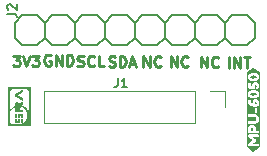
<source format=gbr>
%TF.GenerationSoftware,KiCad,Pcbnew,6.0.1-79c1e3a40b~116~ubuntu20.04.1*%
%TF.CreationDate,2022-02-02T02:26:06+05:30*%
%TF.ProjectId,mpu,6d70752e-6b69-4636-9164-5f7063625858,rev?*%
%TF.SameCoordinates,Original*%
%TF.FileFunction,Legend,Top*%
%TF.FilePolarity,Positive*%
%FSLAX46Y46*%
G04 Gerber Fmt 4.6, Leading zero omitted, Abs format (unit mm)*
G04 Created by KiCad (PCBNEW 6.0.1-79c1e3a40b~116~ubuntu20.04.1) date 2022-02-02 02:26:06*
%MOMM*%
%LPD*%
G01*
G04 APERTURE LIST*
%ADD10C,0.225000*%
%ADD11C,0.150000*%
%ADD12C,0.152400*%
%ADD13C,0.120000*%
G04 APERTURE END LIST*
D10*
X160075714Y-73777142D02*
X160075714Y-72877142D01*
X160504285Y-73777142D02*
X160504285Y-72877142D01*
X161018571Y-73777142D01*
X161018571Y-72877142D01*
X161318571Y-72877142D02*
X161832857Y-72877142D01*
X161575714Y-73777142D02*
X161575714Y-72877142D01*
X149907142Y-73644285D02*
X150035714Y-73687142D01*
X150250000Y-73687142D01*
X150335714Y-73644285D01*
X150378571Y-73601428D01*
X150421428Y-73515714D01*
X150421428Y-73430000D01*
X150378571Y-73344285D01*
X150335714Y-73301428D01*
X150250000Y-73258571D01*
X150078571Y-73215714D01*
X149992857Y-73172857D01*
X149950000Y-73130000D01*
X149907142Y-73044285D01*
X149907142Y-72958571D01*
X149950000Y-72872857D01*
X149992857Y-72830000D01*
X150078571Y-72787142D01*
X150292857Y-72787142D01*
X150421428Y-72830000D01*
X150807142Y-73687142D02*
X150807142Y-72787142D01*
X151021428Y-72787142D01*
X151150000Y-72830000D01*
X151235714Y-72915714D01*
X151278571Y-73001428D01*
X151321428Y-73172857D01*
X151321428Y-73301428D01*
X151278571Y-73472857D01*
X151235714Y-73558571D01*
X151150000Y-73644285D01*
X151021428Y-73687142D01*
X150807142Y-73687142D01*
X151664285Y-73430000D02*
X152092857Y-73430000D01*
X151578571Y-73687142D02*
X151878571Y-72787142D01*
X152178571Y-73687142D01*
X155112857Y-73707142D02*
X155112857Y-72807142D01*
X155627142Y-73707142D01*
X155627142Y-72807142D01*
X156570000Y-73621428D02*
X156527142Y-73664285D01*
X156398571Y-73707142D01*
X156312857Y-73707142D01*
X156184285Y-73664285D01*
X156098571Y-73578571D01*
X156055714Y-73492857D01*
X156012857Y-73321428D01*
X156012857Y-73192857D01*
X156055714Y-73021428D01*
X156098571Y-72935714D01*
X156184285Y-72850000D01*
X156312857Y-72807142D01*
X156398571Y-72807142D01*
X156527142Y-72850000D01*
X156570000Y-72892857D01*
X141775714Y-72747142D02*
X142332857Y-72747142D01*
X142032857Y-73090000D01*
X142161428Y-73090000D01*
X142247142Y-73132857D01*
X142290000Y-73175714D01*
X142332857Y-73261428D01*
X142332857Y-73475714D01*
X142290000Y-73561428D01*
X142247142Y-73604285D01*
X142161428Y-73647142D01*
X141904285Y-73647142D01*
X141818571Y-73604285D01*
X141775714Y-73561428D01*
X142590000Y-72747142D02*
X142890000Y-73647142D01*
X143190000Y-72747142D01*
X143404285Y-72747142D02*
X143961428Y-72747142D01*
X143661428Y-73090000D01*
X143790000Y-73090000D01*
X143875714Y-73132857D01*
X143918571Y-73175714D01*
X143961428Y-73261428D01*
X143961428Y-73475714D01*
X143918571Y-73561428D01*
X143875714Y-73604285D01*
X143790000Y-73647142D01*
X143532857Y-73647142D01*
X143447142Y-73604285D01*
X143404285Y-73561428D01*
X157682857Y-73757142D02*
X157682857Y-72857142D01*
X158197142Y-73757142D01*
X158197142Y-72857142D01*
X159140000Y-73671428D02*
X159097142Y-73714285D01*
X158968571Y-73757142D01*
X158882857Y-73757142D01*
X158754285Y-73714285D01*
X158668571Y-73628571D01*
X158625714Y-73542857D01*
X158582857Y-73371428D01*
X158582857Y-73242857D01*
X158625714Y-73071428D01*
X158668571Y-72985714D01*
X158754285Y-72900000D01*
X158882857Y-72857142D01*
X158968571Y-72857142D01*
X159097142Y-72900000D01*
X159140000Y-72942857D01*
X147228571Y-73614285D02*
X147357142Y-73657142D01*
X147571428Y-73657142D01*
X147657142Y-73614285D01*
X147700000Y-73571428D01*
X147742857Y-73485714D01*
X147742857Y-73400000D01*
X147700000Y-73314285D01*
X147657142Y-73271428D01*
X147571428Y-73228571D01*
X147400000Y-73185714D01*
X147314285Y-73142857D01*
X147271428Y-73100000D01*
X147228571Y-73014285D01*
X147228571Y-72928571D01*
X147271428Y-72842857D01*
X147314285Y-72800000D01*
X147400000Y-72757142D01*
X147614285Y-72757142D01*
X147742857Y-72800000D01*
X148642857Y-73571428D02*
X148600000Y-73614285D01*
X148471428Y-73657142D01*
X148385714Y-73657142D01*
X148257142Y-73614285D01*
X148171428Y-73528571D01*
X148128571Y-73442857D01*
X148085714Y-73271428D01*
X148085714Y-73142857D01*
X148128571Y-72971428D01*
X148171428Y-72885714D01*
X148257142Y-72800000D01*
X148385714Y-72757142D01*
X148471428Y-72757142D01*
X148600000Y-72800000D01*
X148642857Y-72842857D01*
X149457142Y-73657142D02*
X149028571Y-73657142D01*
X149028571Y-72757142D01*
X152812857Y-73697142D02*
X152812857Y-72797142D01*
X153327142Y-73697142D01*
X153327142Y-72797142D01*
X154270000Y-73611428D02*
X154227142Y-73654285D01*
X154098571Y-73697142D01*
X154012857Y-73697142D01*
X153884285Y-73654285D01*
X153798571Y-73568571D01*
X153755714Y-73482857D01*
X153712857Y-73311428D01*
X153712857Y-73182857D01*
X153755714Y-73011428D01*
X153798571Y-72925714D01*
X153884285Y-72840000D01*
X154012857Y-72797142D01*
X154098571Y-72797142D01*
X154227142Y-72840000D01*
X154270000Y-72882857D01*
X144944285Y-72740000D02*
X144858571Y-72697142D01*
X144730000Y-72697142D01*
X144601428Y-72740000D01*
X144515714Y-72825714D01*
X144472857Y-72911428D01*
X144430000Y-73082857D01*
X144430000Y-73211428D01*
X144472857Y-73382857D01*
X144515714Y-73468571D01*
X144601428Y-73554285D01*
X144730000Y-73597142D01*
X144815714Y-73597142D01*
X144944285Y-73554285D01*
X144987142Y-73511428D01*
X144987142Y-73211428D01*
X144815714Y-73211428D01*
X145372857Y-73597142D02*
X145372857Y-72697142D01*
X145887142Y-73597142D01*
X145887142Y-72697142D01*
X146315714Y-73597142D02*
X146315714Y-72697142D01*
X146530000Y-72697142D01*
X146658571Y-72740000D01*
X146744285Y-72825714D01*
X146787142Y-72911428D01*
X146830000Y-73082857D01*
X146830000Y-73211428D01*
X146787142Y-73382857D01*
X146744285Y-73468571D01*
X146658571Y-73554285D01*
X146530000Y-73597142D01*
X146315714Y-73597142D01*
D11*
%TO.C,J2*%
X141281904Y-69213452D02*
X141853333Y-69213452D01*
X141967619Y-69251547D01*
X142043809Y-69327738D01*
X142081904Y-69442023D01*
X142081904Y-69518214D01*
X141358095Y-68870595D02*
X141320000Y-68832500D01*
X141281904Y-68756309D01*
X141281904Y-68565833D01*
X141320000Y-68489642D01*
X141358095Y-68451547D01*
X141434285Y-68413452D01*
X141510476Y-68413452D01*
X141624761Y-68451547D01*
X142081904Y-68908690D01*
X142081904Y-68413452D01*
%TO.C,J1*%
X150633333Y-74641904D02*
X150633333Y-75213333D01*
X150595238Y-75327619D01*
X150519047Y-75403809D01*
X150404761Y-75441904D01*
X150328571Y-75441904D01*
X151433333Y-75441904D02*
X150976190Y-75441904D01*
X151204761Y-75441904D02*
X151204761Y-74641904D01*
X151128571Y-74756190D01*
X151052380Y-74832380D01*
X150976190Y-74870476D01*
D12*
%TO.C,J2*%
X142535000Y-69330000D02*
X141900000Y-69965000D01*
X144440000Y-69965000D02*
X145075000Y-69330000D01*
X150155000Y-69330000D02*
X149520000Y-69965000D01*
X146345000Y-71870000D02*
X145075000Y-71870000D01*
X160315000Y-69330000D02*
X161585000Y-69330000D01*
X147615000Y-71870000D02*
X146980000Y-71235000D01*
X152695000Y-69330000D02*
X153965000Y-69330000D01*
X154600000Y-69965000D02*
X155235000Y-69330000D01*
X146345000Y-69330000D02*
X146980000Y-69965000D01*
X152695000Y-71870000D02*
X152060000Y-71235000D01*
X143805000Y-71870000D02*
X142535000Y-71870000D01*
X145075000Y-71870000D02*
X144440000Y-71235000D01*
X157140000Y-71235000D02*
X157775000Y-71870000D01*
X142535000Y-69330000D02*
X143805000Y-69330000D01*
X144440000Y-71235000D02*
X143805000Y-71870000D01*
X160315000Y-69330000D02*
X159680000Y-69965000D01*
X159680000Y-71235000D02*
X160315000Y-71870000D01*
X143805000Y-69330000D02*
X144440000Y-69965000D01*
X152060000Y-69965000D02*
X152695000Y-69330000D01*
X159045000Y-71870000D02*
X157775000Y-71870000D01*
X153965000Y-71870000D02*
X152695000Y-71870000D01*
X150155000Y-69330000D02*
X151425000Y-69330000D01*
X152060000Y-69965000D02*
X152060000Y-71235000D01*
X159680000Y-69965000D02*
X159680000Y-71235000D01*
X144440000Y-69965000D02*
X144440000Y-71235000D01*
X162220000Y-71235000D02*
X161585000Y-71870000D01*
X153965000Y-69330000D02*
X154600000Y-69965000D01*
X151425000Y-69330000D02*
X152060000Y-69965000D01*
X154600000Y-71235000D02*
X153965000Y-71870000D01*
X157140000Y-69965000D02*
X157140000Y-71235000D01*
X157140000Y-71235000D02*
X156505000Y-71870000D01*
X159680000Y-71235000D02*
X159045000Y-71870000D01*
X149520000Y-71235000D02*
X148885000Y-71870000D01*
X141900000Y-69965000D02*
X141900000Y-71235000D01*
X154600000Y-69965000D02*
X154600000Y-71235000D01*
X151425000Y-71870000D02*
X150155000Y-71870000D01*
X155235000Y-71870000D02*
X154600000Y-71235000D01*
X161585000Y-71870000D02*
X160315000Y-71870000D01*
X156505000Y-69330000D02*
X157140000Y-69965000D01*
X146980000Y-69965000D02*
X146980000Y-71235000D01*
X149520000Y-71235000D02*
X150155000Y-71870000D01*
X162220000Y-69965000D02*
X162220000Y-71235000D01*
X159045000Y-69330000D02*
X159680000Y-69965000D01*
X146980000Y-71235000D02*
X146345000Y-71870000D01*
X156505000Y-71870000D02*
X155235000Y-71870000D01*
X147615000Y-69330000D02*
X148885000Y-69330000D01*
X161585000Y-69330000D02*
X162220000Y-69965000D01*
X148885000Y-71870000D02*
X147615000Y-71870000D01*
X157775000Y-69330000D02*
X157140000Y-69965000D01*
X157775000Y-69330000D02*
X159045000Y-69330000D01*
X149520000Y-69965000D02*
X149520000Y-71235000D01*
X155235000Y-69330000D02*
X156505000Y-69330000D01*
X152060000Y-71235000D02*
X151425000Y-71870000D01*
X141900000Y-71235000D02*
X142535000Y-71870000D01*
X146980000Y-69965000D02*
X147615000Y-69330000D01*
X148885000Y-69330000D02*
X149520000Y-69965000D01*
X145075000Y-69330000D02*
X146345000Y-69330000D01*
D13*
%TO.C,J1*%
X157140000Y-78420000D02*
X144380000Y-78420000D01*
X159740000Y-75760000D02*
X159740000Y-77090000D01*
X157140000Y-75760000D02*
X157140000Y-78420000D01*
X157140000Y-75760000D02*
X144380000Y-75760000D01*
X158410000Y-75760000D02*
X159740000Y-75760000D01*
X144380000Y-75760000D02*
X144380000Y-78420000D01*
%TO.C,G\u002A\u002A\u002A*%
G36*
X142311508Y-78145922D02*
G01*
X142321750Y-78145975D01*
X142330535Y-78146056D01*
X142337641Y-78146163D01*
X142342842Y-78146295D01*
X142345916Y-78146448D01*
X142346693Y-78146585D01*
X142346765Y-78150250D01*
X142346827Y-78156168D01*
X142346880Y-78164090D01*
X142346924Y-78173770D01*
X142346959Y-78184960D01*
X142346985Y-78197413D01*
X142347003Y-78210883D01*
X142347012Y-78225121D01*
X142347014Y-78239882D01*
X142347007Y-78254917D01*
X142346993Y-78269979D01*
X142346971Y-78284823D01*
X142346942Y-78299199D01*
X142346906Y-78312861D01*
X142346863Y-78325563D01*
X142346813Y-78337056D01*
X142346756Y-78347094D01*
X142346694Y-78355430D01*
X142346625Y-78361816D01*
X142346549Y-78366005D01*
X142346522Y-78366890D01*
X142346247Y-78374351D01*
X142345993Y-78381334D01*
X142345779Y-78387268D01*
X142345626Y-78391581D01*
X142345574Y-78393123D01*
X142345399Y-78398496D01*
X142330491Y-78398496D01*
X142329575Y-78416828D01*
X142328658Y-78435160D01*
X142312529Y-78435160D01*
X142312529Y-78442642D01*
X142312433Y-78448059D01*
X142311876Y-78451432D01*
X142310451Y-78453244D01*
X142307754Y-78453980D01*
X142303381Y-78454123D01*
X142294829Y-78454123D01*
X142294829Y-78470448D01*
X142285664Y-78470819D01*
X142276498Y-78471191D01*
X142276129Y-78480989D01*
X142275759Y-78490786D01*
X142005317Y-78490786D01*
X142005317Y-78471823D01*
X141997352Y-78471823D01*
X141992775Y-78471589D01*
X141989302Y-78470972D01*
X141987870Y-78470306D01*
X141987038Y-78468276D01*
X141986487Y-78464635D01*
X141986353Y-78461516D01*
X141986353Y-78454244D01*
X141978451Y-78453868D01*
X141970550Y-78453491D01*
X141969918Y-78444641D01*
X141969286Y-78435792D01*
X141960902Y-78435421D01*
X141952519Y-78435051D01*
X141951605Y-78416774D01*
X141950691Y-78398496D01*
X141936086Y-78398496D01*
X141935110Y-78383641D01*
X141935017Y-78380992D01*
X141934926Y-78376042D01*
X141934838Y-78369022D01*
X141934753Y-78360159D01*
X141934672Y-78349684D01*
X141934596Y-78337824D01*
X141934524Y-78324808D01*
X141934458Y-78310866D01*
X141934399Y-78296226D01*
X141934346Y-78281117D01*
X141934301Y-78265767D01*
X141934264Y-78250407D01*
X141934236Y-78235263D01*
X141934217Y-78220566D01*
X141934208Y-78206544D01*
X141934209Y-78193425D01*
X141934222Y-78181439D01*
X141934247Y-78170815D01*
X141934284Y-78161781D01*
X141934335Y-78154567D01*
X141934399Y-78149400D01*
X141934473Y-78146585D01*
X141935709Y-78146415D01*
X141939249Y-78146265D01*
X141944869Y-78146139D01*
X141952347Y-78146037D01*
X141961457Y-78145961D01*
X141971977Y-78145915D01*
X141983681Y-78145899D01*
X141996347Y-78145915D01*
X142006897Y-78145953D01*
X142079275Y-78146279D01*
X142079605Y-78200898D01*
X142079934Y-78255516D01*
X142087822Y-78255892D01*
X142095710Y-78256269D01*
X142097926Y-78289415D01*
X142109339Y-78290225D01*
X142117408Y-78290639D01*
X142127231Y-78290896D01*
X142138036Y-78290997D01*
X142149054Y-78290942D01*
X142159515Y-78290730D01*
X142168647Y-78290362D01*
X142171196Y-78290210D01*
X142183469Y-78289397D01*
X142183838Y-78281050D01*
X142184208Y-78272704D01*
X142192730Y-78272330D01*
X142201252Y-78271957D01*
X142201579Y-78209118D01*
X142201907Y-78146279D01*
X142274285Y-78145953D01*
X142287552Y-78145909D01*
X142300035Y-78145899D01*
X142311508Y-78145922D01*
G37*
G36*
X142095078Y-77680404D02*
G01*
X142114042Y-77680404D01*
X142114042Y-77662704D01*
X142130477Y-77662704D01*
X142130477Y-77671479D01*
X142130647Y-77675964D01*
X142131093Y-77679385D01*
X142131720Y-77681021D01*
X142131741Y-77681036D01*
X142131912Y-77682370D01*
X142132069Y-77685994D01*
X142132212Y-77691669D01*
X142132340Y-77699157D01*
X142132452Y-77708218D01*
X142132550Y-77718614D01*
X142132631Y-77730107D01*
X142132696Y-77742457D01*
X142132744Y-77755426D01*
X142132775Y-77768776D01*
X142132788Y-77782267D01*
X142132783Y-77795661D01*
X142132760Y-77808720D01*
X142132718Y-77821204D01*
X142132656Y-77832874D01*
X142132575Y-77843493D01*
X142132474Y-77852822D01*
X142132352Y-77860622D01*
X142132210Y-77866653D01*
X142132072Y-77870207D01*
X142131633Y-77878591D01*
X142097853Y-77880401D01*
X142096945Y-77897345D01*
X142096038Y-77914290D01*
X142079934Y-77914290D01*
X142079605Y-77968336D01*
X142079275Y-78022383D01*
X142007060Y-78022709D01*
X141934844Y-78023035D01*
X141934096Y-78005642D01*
X141933949Y-78000845D01*
X141933822Y-77993908D01*
X141933713Y-77985090D01*
X141933624Y-77974648D01*
X141933553Y-77962843D01*
X141933500Y-77949933D01*
X141933465Y-77936176D01*
X141933448Y-77921833D01*
X141933448Y-77907161D01*
X141933464Y-77892419D01*
X141933498Y-77877867D01*
X141933548Y-77863763D01*
X141933614Y-77850366D01*
X141933696Y-77837935D01*
X141933793Y-77826729D01*
X141933905Y-77817007D01*
X141934032Y-77809027D01*
X141934174Y-77803049D01*
X141934330Y-77799331D01*
X141934336Y-77799243D01*
X141935151Y-77787233D01*
X141942864Y-77786861D01*
X141950577Y-77786490D01*
X141951397Y-77773074D01*
X141951769Y-77765645D01*
X141952053Y-77757397D01*
X141952205Y-77749733D01*
X141952218Y-77747270D01*
X141952218Y-77734882D01*
X141969286Y-77734134D01*
X141969918Y-77725284D01*
X141970550Y-77716435D01*
X141978393Y-77716060D01*
X141986235Y-77715685D01*
X141986610Y-77707842D01*
X141986985Y-77700000D01*
X141995835Y-77699367D01*
X142004685Y-77698735D01*
X142005317Y-77690518D01*
X142005949Y-77682300D01*
X142015431Y-77681517D01*
X142019608Y-77681272D01*
X142025764Y-77681041D01*
X142033348Y-77680840D01*
X142041810Y-77680682D01*
X142050600Y-77680581D01*
X142052410Y-77680569D01*
X142079907Y-77680404D01*
X142079907Y-77662704D01*
X142095078Y-77662704D01*
X142095078Y-77680404D01*
G37*
G36*
X142363099Y-77680404D02*
G01*
X142385855Y-77680404D01*
X142385855Y-77662704D01*
X142401026Y-77662704D01*
X142401026Y-77680404D01*
X142473088Y-77680404D01*
X142473088Y-77662704D01*
X142489524Y-77662704D01*
X142489524Y-77680404D01*
X142507781Y-77680404D01*
X142514981Y-77680489D01*
X142520776Y-77680729D01*
X142524810Y-77681101D01*
X142526730Y-77681580D01*
X142526819Y-77681668D01*
X142528389Y-77682301D01*
X142531762Y-77682754D01*
X142536216Y-77682932D01*
X142545030Y-77682932D01*
X142545406Y-77690834D01*
X142545783Y-77698735D01*
X142554892Y-77699106D01*
X142564001Y-77699476D01*
X142564374Y-77707955D01*
X142564746Y-77716435D01*
X142573280Y-77716809D01*
X142581814Y-77717182D01*
X142581814Y-77724607D01*
X142581916Y-77730009D01*
X142582477Y-77733369D01*
X142583877Y-77735169D01*
X142586497Y-77735895D01*
X142590719Y-77736031D01*
X142590799Y-77736031D01*
X142595036Y-77736146D01*
X142597305Y-77736602D01*
X142598159Y-77737564D01*
X142598230Y-77738243D01*
X142598301Y-77740164D01*
X142598512Y-77744168D01*
X142598836Y-77749816D01*
X142599249Y-77756669D01*
X142599717Y-77764160D01*
X142601223Y-77787865D01*
X142617213Y-77787865D01*
X142617213Y-78023015D01*
X142548505Y-78023015D01*
X142535133Y-78023000D01*
X142522186Y-78022956D01*
X142509949Y-78022887D01*
X142498705Y-78022795D01*
X142488739Y-78022683D01*
X142480334Y-78022554D01*
X142473775Y-78022412D01*
X142469346Y-78022258D01*
X142468226Y-78022193D01*
X142456653Y-78021372D01*
X142456661Y-77973204D01*
X142456621Y-77961246D01*
X142456505Y-77949083D01*
X142456323Y-77937187D01*
X142456084Y-77926031D01*
X142455798Y-77916085D01*
X142455476Y-77907821D01*
X142455199Y-77902773D01*
X142453731Y-77880510D01*
X142441601Y-77879707D01*
X142432307Y-77879260D01*
X142421323Y-77879001D01*
X142409480Y-77878930D01*
X142397610Y-77879047D01*
X142386545Y-77879352D01*
X142379099Y-77879715D01*
X142365627Y-77880539D01*
X142365627Y-77887197D01*
X142365508Y-77892377D01*
X142364850Y-77895532D01*
X142363200Y-77897162D01*
X142360105Y-77897769D01*
X142356010Y-77897854D01*
X142347928Y-77897854D01*
X142347708Y-77907020D01*
X142347664Y-77910722D01*
X142347649Y-77916518D01*
X142347663Y-77923975D01*
X142347704Y-77932658D01*
X142347771Y-77942134D01*
X142347861Y-77951968D01*
X142347864Y-77952217D01*
X142347930Y-77962635D01*
X142347922Y-77973234D01*
X142347845Y-77983455D01*
X142347706Y-77992742D01*
X142347509Y-78000538D01*
X142347299Y-78005631D01*
X142346359Y-78023015D01*
X142202921Y-78023015D01*
X142202104Y-78010688D01*
X142201944Y-78006900D01*
X142201801Y-78000836D01*
X142201676Y-77992751D01*
X142201570Y-77982896D01*
X142201481Y-77971526D01*
X142201411Y-77958893D01*
X142201358Y-77945251D01*
X142201324Y-77930853D01*
X142201308Y-77915952D01*
X142201310Y-77900802D01*
X142201330Y-77885655D01*
X142201368Y-77870764D01*
X142201424Y-77856384D01*
X142201498Y-77842766D01*
X142201590Y-77830165D01*
X142201700Y-77818833D01*
X142201828Y-77809024D01*
X142201974Y-77800991D01*
X142202111Y-77795766D01*
X142202941Y-77770165D01*
X142221219Y-77770165D01*
X142222135Y-77752466D01*
X142223052Y-77734766D01*
X142239203Y-77734766D01*
X142239203Y-77727284D01*
X142239298Y-77721867D01*
X142239856Y-77718494D01*
X142241280Y-77716682D01*
X142243977Y-77715946D01*
X142248351Y-77715803D01*
X142256902Y-77715803D01*
X142256902Y-77707720D01*
X142257016Y-77703183D01*
X142257682Y-77700358D01*
X142259383Y-77698839D01*
X142262602Y-77698223D01*
X142267824Y-77698103D01*
X142275866Y-77698103D01*
X142275866Y-77682052D01*
X142289337Y-77681228D01*
X142295408Y-77680941D01*
X142303190Y-77680697D01*
X142311865Y-77680516D01*
X142320615Y-77680417D01*
X142324736Y-77680404D01*
X142346664Y-77680404D01*
X142346664Y-77662704D01*
X142363099Y-77662704D01*
X142363099Y-77680404D01*
G37*
G36*
X141309981Y-75438893D02*
G01*
X143310020Y-75438893D01*
X143310020Y-78741107D01*
X141309981Y-78741107D01*
X141309981Y-78308735D01*
X141503410Y-78308735D01*
X141518276Y-78308735D01*
X141519039Y-78326750D01*
X141519395Y-78335172D01*
X141519804Y-78344934D01*
X141520218Y-78354847D01*
X141520586Y-78363724D01*
X141520599Y-78364046D01*
X141521396Y-78383325D01*
X141536026Y-78383325D01*
X141536870Y-78399445D01*
X141537228Y-78405673D01*
X141537596Y-78411044D01*
X141537934Y-78415019D01*
X141538200Y-78417063D01*
X141538222Y-78417144D01*
X141539845Y-78418164D01*
X141543803Y-78418671D01*
X141546247Y-78418724D01*
X141553765Y-78418724D01*
X141554524Y-78427258D01*
X141555071Y-78433481D01*
X141555662Y-78440334D01*
X141556000Y-78444325D01*
X141556716Y-78452859D01*
X141575473Y-78452859D01*
X141575473Y-78470443D01*
X141584006Y-78470817D01*
X141592540Y-78471191D01*
X141593804Y-78491419D01*
X141602279Y-78491791D01*
X141610754Y-78492164D01*
X141611504Y-78507854D01*
X141619981Y-78508226D01*
X141628458Y-78508599D01*
X141628830Y-78517076D01*
X141629203Y-78525553D01*
X141638053Y-78526185D01*
X141646903Y-78526818D01*
X141647649Y-78542368D01*
X141681669Y-78544190D01*
X141681669Y-78560320D01*
X141688307Y-78560495D01*
X141691874Y-78560603D01*
X141697356Y-78560785D01*
X141704139Y-78561021D01*
X141711612Y-78561289D01*
X141715804Y-78561443D01*
X141736664Y-78562216D01*
X141737035Y-78569925D01*
X141737407Y-78577634D01*
X141766113Y-78578508D01*
X141770535Y-78578601D01*
X141777325Y-78578687D01*
X141786321Y-78578766D01*
X141797362Y-78578838D01*
X141810286Y-78578902D01*
X141824934Y-78578960D01*
X141841143Y-78579011D01*
X141858753Y-78579054D01*
X141877602Y-78579091D01*
X141897530Y-78579122D01*
X141918375Y-78579145D01*
X141939975Y-78579162D01*
X141962171Y-78579172D01*
X141984800Y-78579175D01*
X142007702Y-78579172D01*
X142030715Y-78579163D01*
X142053679Y-78579147D01*
X142076432Y-78579124D01*
X142098813Y-78579096D01*
X142120661Y-78579061D01*
X142141815Y-78579020D01*
X142162113Y-78578973D01*
X142181395Y-78578920D01*
X142199500Y-78578861D01*
X142216265Y-78578795D01*
X142231531Y-78578724D01*
X142245136Y-78578647D01*
X142256919Y-78578565D01*
X142266718Y-78578476D01*
X142274373Y-78578382D01*
X142277446Y-78578331D01*
X142312529Y-78577671D01*
X142312529Y-78563230D01*
X142324855Y-78562414D01*
X142330854Y-78562107D01*
X142338470Y-78561851D01*
X142346791Y-78561670D01*
X142354908Y-78561588D01*
X142356145Y-78561585D01*
X142364395Y-78561519D01*
X142373241Y-78561347D01*
X142381678Y-78561096D01*
X142388700Y-78560789D01*
X142389332Y-78560753D01*
X142403555Y-78559934D01*
X142403555Y-78545528D01*
X142415127Y-78544706D01*
X142421863Y-78544313D01*
X142429118Y-78544022D01*
X142435495Y-78543888D01*
X142436423Y-78543885D01*
X142442101Y-78543800D01*
X142449146Y-78543572D01*
X142456400Y-78543243D01*
X142459617Y-78543061D01*
X142473088Y-78542236D01*
X142473088Y-78526185D01*
X142489420Y-78526185D01*
X142495741Y-78526128D01*
X142501252Y-78525972D01*
X142505401Y-78525740D01*
X142507639Y-78525454D01*
X142507752Y-78525418D01*
X142508974Y-78524219D01*
X142509597Y-78521482D01*
X142509752Y-78517381D01*
X142509752Y-78510112D01*
X142522078Y-78509325D01*
X142528927Y-78508895D01*
X142537006Y-78508398D01*
X142545019Y-78507914D01*
X142548627Y-78507700D01*
X142562850Y-78506862D01*
X142562850Y-78490893D01*
X142572648Y-78490524D01*
X142582446Y-78490154D01*
X142583184Y-78472034D01*
X142591665Y-78471277D01*
X142597854Y-78470732D01*
X142604684Y-78470142D01*
X142608679Y-78469803D01*
X142617213Y-78469087D01*
X142617213Y-78453164D01*
X142651347Y-78451336D01*
X142651347Y-78444133D01*
X142651600Y-78439915D01*
X142652250Y-78436648D01*
X142652864Y-78435412D01*
X142654920Y-78434585D01*
X142658702Y-78434041D01*
X142662346Y-78433895D01*
X142670311Y-78433895D01*
X142670311Y-78417576D01*
X142678845Y-78417202D01*
X142687378Y-78416828D01*
X142688010Y-78408610D01*
X142688643Y-78400393D01*
X142706604Y-78399303D01*
X142724565Y-78398214D01*
X142724935Y-78389822D01*
X142725306Y-78381429D01*
X142733783Y-78381056D01*
X142742260Y-78380684D01*
X142742633Y-78372207D01*
X142743005Y-78363730D01*
X142751482Y-78363357D01*
X142759960Y-78362984D01*
X142760332Y-78354507D01*
X142760705Y-78346030D01*
X142769238Y-78345656D01*
X142777772Y-78345282D01*
X142777772Y-78337197D01*
X142777956Y-78332897D01*
X142778436Y-78329679D01*
X142779036Y-78328331D01*
X142779669Y-78326761D01*
X142780123Y-78323387D01*
X142780300Y-78318934D01*
X142780301Y-78318834D01*
X142780301Y-78310120D01*
X142788202Y-78309743D01*
X142796104Y-78309367D01*
X142796474Y-78300258D01*
X142796844Y-78291148D01*
X142805324Y-78290776D01*
X142813803Y-78290403D01*
X142814177Y-78281870D01*
X142814551Y-78273336D01*
X142830870Y-78273336D01*
X142830870Y-78264561D01*
X142831040Y-78260076D01*
X142831486Y-78256656D01*
X142832113Y-78255019D01*
X142832135Y-78255004D01*
X142832814Y-78253412D01*
X142833272Y-78250089D01*
X142833399Y-78246772D01*
X142833399Y-78239322D01*
X142841300Y-78238945D01*
X142849202Y-78238569D01*
X142850466Y-78219605D01*
X142859505Y-78219236D01*
X142868545Y-78218868D01*
X142869456Y-78201853D01*
X142870367Y-78184839D01*
X142886238Y-78184839D01*
X142887084Y-78167455D01*
X142887428Y-78160987D01*
X142887784Y-78155371D01*
X142888114Y-78151118D01*
X142888382Y-78148743D01*
X142888438Y-78148491D01*
X142890061Y-78147471D01*
X142894011Y-78146964D01*
X142896430Y-78146911D01*
X142903913Y-78146911D01*
X142904829Y-78129212D01*
X142905745Y-78111512D01*
X142921451Y-78111512D01*
X142922957Y-78087808D01*
X142923432Y-78080199D01*
X142923844Y-78073362D01*
X142924166Y-78067737D01*
X142924375Y-78063763D01*
X142924444Y-78061890D01*
X142924824Y-78060628D01*
X142926363Y-78059953D01*
X142929615Y-78059699D01*
X142931817Y-78059678D01*
X142939209Y-78059678D01*
X142940029Y-78045455D01*
X142940391Y-78037857D01*
X142940672Y-78029428D01*
X142940832Y-78021519D01*
X142940854Y-78018274D01*
X142940860Y-78005315D01*
X142956893Y-78005315D01*
X142957723Y-77977818D01*
X142957983Y-77968381D01*
X142958210Y-77958549D01*
X142958390Y-77949044D01*
X142958510Y-77940589D01*
X142958556Y-77933907D01*
X142958556Y-77933673D01*
X142958614Y-77927292D01*
X142958768Y-77921721D01*
X142958997Y-77917504D01*
X142959279Y-77915184D01*
X142959327Y-77915025D01*
X142960502Y-77913816D01*
X142963187Y-77913192D01*
X142967524Y-77913025D01*
X142974955Y-77913025D01*
X142975312Y-77877942D01*
X142975422Y-77867503D01*
X142975542Y-77856748D01*
X142975666Y-77846278D01*
X142975785Y-77836692D01*
X142975893Y-77828591D01*
X142975962Y-77823896D01*
X142976006Y-77818327D01*
X142976007Y-77810637D01*
X142975965Y-77801235D01*
X142975886Y-77790528D01*
X142975771Y-77778923D01*
X142975625Y-77766829D01*
X142975449Y-77754652D01*
X142975419Y-77752782D01*
X142974583Y-77700632D01*
X142967339Y-77700632D01*
X142962826Y-77700429D01*
X142960303Y-77699737D01*
X142959327Y-77698632D01*
X142959054Y-77696702D01*
X142958823Y-77692751D01*
X142958654Y-77687287D01*
X142958565Y-77680818D01*
X142958556Y-77678088D01*
X142958509Y-77670579D01*
X142958380Y-77661386D01*
X142958186Y-77651352D01*
X142957941Y-77641321D01*
X142957723Y-77633943D01*
X142956894Y-77608342D01*
X142940860Y-77608342D01*
X142940854Y-77595383D01*
X142940767Y-77588211D01*
X142940540Y-77579866D01*
X142940212Y-77571697D01*
X142940029Y-77568202D01*
X142939209Y-77553979D01*
X142924803Y-77553979D01*
X142924019Y-77542917D01*
X142923627Y-77537049D01*
X142923169Y-77529678D01*
X142922709Y-77521827D01*
X142922372Y-77515735D01*
X142921511Y-77499616D01*
X142905745Y-77499616D01*
X142904832Y-77481974D01*
X142903918Y-77464331D01*
X142888394Y-77463585D01*
X142887288Y-77446202D01*
X142886183Y-77428818D01*
X142870367Y-77428818D01*
X142869456Y-77411804D01*
X142868545Y-77394789D01*
X142859505Y-77394420D01*
X142850466Y-77394052D01*
X142849202Y-77375088D01*
X142841300Y-77374712D01*
X142833399Y-77374335D01*
X142833399Y-77366885D01*
X142833200Y-77362761D01*
X142832684Y-77359738D01*
X142832135Y-77358653D01*
X142831541Y-77357103D01*
X142831097Y-77353689D01*
X142830880Y-77349076D01*
X142830870Y-77347832D01*
X142830870Y-77337793D01*
X142814551Y-77337793D01*
X142813803Y-77320725D01*
X142805324Y-77320353D01*
X142796844Y-77319980D01*
X142796104Y-77301762D01*
X142788202Y-77301385D01*
X142780301Y-77301009D01*
X142780301Y-77293558D01*
X142780101Y-77289434D01*
X142779586Y-77286411D01*
X142779036Y-77285326D01*
X142778382Y-77283746D01*
X142777925Y-77280396D01*
X142777772Y-77276460D01*
X142777772Y-77268374D01*
X142769238Y-77268001D01*
X142760705Y-77267627D01*
X142760332Y-77259150D01*
X142759960Y-77250672D01*
X142751482Y-77250300D01*
X142743005Y-77249927D01*
X142742633Y-77241450D01*
X142742260Y-77232973D01*
X142733783Y-77232600D01*
X142725306Y-77232228D01*
X142724935Y-77223835D01*
X142724565Y-77215443D01*
X142706604Y-77214353D01*
X142688643Y-77213264D01*
X142688010Y-77205047D01*
X142687378Y-77196829D01*
X142678845Y-77196455D01*
X142670311Y-77196081D01*
X142670311Y-77177233D01*
X142662829Y-77177233D01*
X142657412Y-77177136D01*
X142654038Y-77176579D01*
X142652226Y-77175163D01*
X142651490Y-77172487D01*
X142651348Y-77168152D01*
X142651347Y-77167746D01*
X142651347Y-77159793D01*
X142634334Y-77158881D01*
X142617321Y-77157970D01*
X142616951Y-77149586D01*
X142616580Y-77141202D01*
X142599886Y-77140115D01*
X142583191Y-77139027D01*
X142582819Y-77131265D01*
X142582446Y-77123503D01*
X142572964Y-77122870D01*
X142563482Y-77122238D01*
X142563109Y-77114455D01*
X142562735Y-77106671D01*
X142524923Y-77104847D01*
X142524923Y-77088736D01*
X142513228Y-77088730D01*
X142506704Y-77088645D01*
X142498897Y-77088422D01*
X142491048Y-77088101D01*
X142487311Y-77087905D01*
X142473088Y-77087085D01*
X142473088Y-77071303D01*
X142453176Y-77070476D01*
X142444708Y-77070151D01*
X142435589Y-77069847D01*
X142426811Y-77069592D01*
X142419365Y-77069418D01*
X142418094Y-77069395D01*
X142402923Y-77069140D01*
X142402600Y-77193843D01*
X142402278Y-77318546D01*
X142418404Y-77319259D01*
X142422527Y-77319385D01*
X142428911Y-77319503D01*
X142437286Y-77319613D01*
X142447385Y-77319711D01*
X142458938Y-77319797D01*
X142471676Y-77319868D01*
X142485332Y-77319923D01*
X142499638Y-77319958D01*
X142514323Y-77319973D01*
X142516705Y-77319974D01*
X142531179Y-77319975D01*
X142545123Y-77319978D01*
X142558297Y-77319982D01*
X142570456Y-77319988D01*
X142581360Y-77319995D01*
X142590765Y-77320003D01*
X142598429Y-77320012D01*
X142604110Y-77320021D01*
X142607566Y-77320032D01*
X142608054Y-77320034D01*
X142617228Y-77320093D01*
X142616904Y-77419653D01*
X142616580Y-77519212D01*
X142239835Y-77519212D01*
X142239464Y-77510105D01*
X142239094Y-77500998D01*
X142231247Y-77500623D01*
X142223399Y-77500248D01*
X142223080Y-77268094D01*
X142222761Y-77035939D01*
X142210438Y-77035386D01*
X142205655Y-77035254D01*
X142198869Y-77035180D01*
X142190607Y-77035165D01*
X142181392Y-77035209D01*
X142171750Y-77035310D01*
X142165616Y-77035405D01*
X142133118Y-77035976D01*
X142132374Y-77051440D01*
X142114990Y-77051792D01*
X142112778Y-77051837D01*
X142097607Y-77052144D01*
X142097607Y-77270625D01*
X142097602Y-77294194D01*
X142097588Y-77317233D01*
X142097565Y-77339599D01*
X142097534Y-77361151D01*
X142097496Y-77381749D01*
X142097450Y-77401252D01*
X142097397Y-77419517D01*
X142097338Y-77436405D01*
X142097274Y-77451774D01*
X142097204Y-77465483D01*
X142097130Y-77477390D01*
X142097051Y-77487356D01*
X142096968Y-77495237D01*
X142096883Y-77500895D01*
X142096794Y-77504187D01*
X142096780Y-77504475D01*
X142095954Y-77519844D01*
X141934519Y-77519844D01*
X141934453Y-77509414D01*
X141934444Y-77506978D01*
X141934432Y-77502159D01*
X141934418Y-77495103D01*
X141934401Y-77485956D01*
X141934382Y-77474862D01*
X141934361Y-77461969D01*
X141934338Y-77447421D01*
X141934313Y-77431364D01*
X141934288Y-77413945D01*
X141934261Y-77395308D01*
X141934234Y-77375599D01*
X141934205Y-77354964D01*
X141934177Y-77333549D01*
X141934148Y-77311499D01*
X141934137Y-77302815D01*
X141934104Y-77280739D01*
X141934061Y-77259351D01*
X141934009Y-77238788D01*
X141933950Y-77219187D01*
X141933883Y-77200684D01*
X141933811Y-77183415D01*
X141933732Y-77167519D01*
X141933649Y-77153130D01*
X141933562Y-77140386D01*
X141933471Y-77129424D01*
X141933378Y-77120380D01*
X141933283Y-77113390D01*
X141933187Y-77108593D01*
X141933091Y-77106123D01*
X141933046Y-77105805D01*
X141931531Y-77105554D01*
X141928005Y-77105476D01*
X141922976Y-77105570D01*
X141916957Y-77105834D01*
X141916351Y-77105868D01*
X141900496Y-77106771D01*
X141900124Y-77114505D01*
X141899752Y-77122238D01*
X141891534Y-77122562D01*
X141885465Y-77122842D01*
X141881482Y-77123301D01*
X141879146Y-77124226D01*
X141878018Y-77125905D01*
X141877658Y-77128624D01*
X141877628Y-77131636D01*
X141877628Y-77139090D01*
X141869094Y-77139850D01*
X141862871Y-77140396D01*
X141856018Y-77140987D01*
X141852027Y-77141325D01*
X141843493Y-77142042D01*
X141843493Y-77157964D01*
X141826426Y-77158879D01*
X141809358Y-77159793D01*
X141809358Y-77167746D01*
X141809241Y-77172222D01*
X141808567Y-77175009D01*
X141806853Y-77176507D01*
X141803615Y-77177115D01*
X141798369Y-77177233D01*
X141790395Y-77177233D01*
X141790395Y-77196081D01*
X141773327Y-77196829D01*
X141772955Y-77205308D01*
X141772582Y-77213788D01*
X141754364Y-77214528D01*
X141753987Y-77222430D01*
X141753611Y-77230332D01*
X141746160Y-77230332D01*
X141742036Y-77230531D01*
X141739013Y-77231046D01*
X141737928Y-77231596D01*
X141736368Y-77232209D01*
X141732974Y-77232658D01*
X141728439Y-77232857D01*
X141727798Y-77232860D01*
X141718448Y-77232860D01*
X141718074Y-77241394D01*
X141717700Y-77249927D01*
X141709167Y-77250301D01*
X141700633Y-77250675D01*
X141700633Y-77258760D01*
X141700449Y-77263060D01*
X141699969Y-77266278D01*
X141699369Y-77267627D01*
X141698690Y-77269220D01*
X141698231Y-77272542D01*
X141698105Y-77275859D01*
X141698105Y-77283309D01*
X141690203Y-77283686D01*
X141682301Y-77284062D01*
X141681037Y-77301762D01*
X141672504Y-77302135D01*
X141663970Y-77302509D01*
X141663970Y-77319978D01*
X141655436Y-77320351D01*
X141646903Y-77320725D01*
X141646270Y-77329575D01*
X141645638Y-77338425D01*
X141637737Y-77338801D01*
X141629835Y-77339177D01*
X141629835Y-77348524D01*
X141629675Y-77353157D01*
X141629254Y-77356739D01*
X141628657Y-77358578D01*
X141628571Y-77358653D01*
X141627894Y-77360244D01*
X141627436Y-77363569D01*
X141627307Y-77366945D01*
X141627307Y-77374456D01*
X141619856Y-77374456D01*
X141615616Y-77374585D01*
X141612975Y-77375293D01*
X141611556Y-77377065D01*
X141610981Y-77380382D01*
X141610871Y-77385729D01*
X141610871Y-77393419D01*
X141594721Y-77393419D01*
X141593804Y-77411119D01*
X141592888Y-77428818D01*
X141576972Y-77428818D01*
X141576060Y-77446518D01*
X141575148Y-77464217D01*
X141556744Y-77464217D01*
X141555835Y-77481863D01*
X141554926Y-77499508D01*
X141546552Y-77499878D01*
X141538177Y-77500248D01*
X141537545Y-77527430D01*
X141536913Y-77554611D01*
X141528379Y-77554985D01*
X141519846Y-77555359D01*
X141519846Y-77580482D01*
X141519808Y-77588304D01*
X141519704Y-77595337D01*
X141519545Y-77601161D01*
X141519344Y-77605355D01*
X141519111Y-77607498D01*
X141519078Y-77607606D01*
X141517906Y-77608813D01*
X141515228Y-77609438D01*
X141510861Y-77609606D01*
X141503410Y-77609606D01*
X141503410Y-78308735D01*
X141309981Y-78308735D01*
X141309981Y-77537544D01*
X141503410Y-77537544D01*
X141518516Y-77537544D01*
X141518864Y-77518264D01*
X141519213Y-77498984D01*
X141527558Y-77498615D01*
X141535903Y-77498245D01*
X141536724Y-77484827D01*
X141537096Y-77477388D01*
X141537380Y-77469118D01*
X141537532Y-77461427D01*
X141537545Y-77458964D01*
X141537545Y-77446518D01*
X141553641Y-77446518D01*
X141554759Y-77428502D01*
X141555877Y-77410487D01*
X141573955Y-77409749D01*
X141574866Y-77392735D01*
X141575777Y-77375720D01*
X141591667Y-77375720D01*
X141592579Y-77356810D01*
X141593491Y-77337901D01*
X141601865Y-77337531D01*
X141610239Y-77337160D01*
X141610611Y-77327995D01*
X141610982Y-77318829D01*
X141626966Y-77318829D01*
X141628085Y-77302078D01*
X141629203Y-77285326D01*
X141637421Y-77284694D01*
X141645638Y-77284062D01*
X141646012Y-77275528D01*
X141646386Y-77266995D01*
X141662706Y-77266995D01*
X141662706Y-77259030D01*
X141662940Y-77254453D01*
X141663556Y-77250980D01*
X141664223Y-77249548D01*
X141666249Y-77248720D01*
X141669893Y-77248169D01*
X141673072Y-77248031D01*
X141680405Y-77248031D01*
X141680405Y-77240698D01*
X141680653Y-77236446D01*
X141681293Y-77233143D01*
X141681922Y-77231849D01*
X141683952Y-77231017D01*
X141687593Y-77230466D01*
X141690714Y-77230332D01*
X141697989Y-77230332D01*
X141698737Y-77213264D01*
X141707214Y-77212892D01*
X141715691Y-77212519D01*
X141716064Y-77204042D01*
X141716436Y-77195565D01*
X141726182Y-77195196D01*
X141735927Y-77194828D01*
X141736296Y-77185082D01*
X141736664Y-77175337D01*
X141745141Y-77174964D01*
X141753618Y-77174592D01*
X141753991Y-77166114D01*
X141754364Y-77157637D01*
X141762897Y-77157263D01*
X141771431Y-77156890D01*
X141771431Y-77148865D01*
X141771560Y-77144251D01*
X141772277Y-77141427D01*
X141774081Y-77139953D01*
X141777468Y-77139392D01*
X141782280Y-77139306D01*
X141789130Y-77139306D01*
X141789130Y-77131973D01*
X141789378Y-77127721D01*
X141790018Y-77124417D01*
X141790647Y-77123123D01*
X141792703Y-77122296D01*
X141796485Y-77121752D01*
X141800129Y-77121606D01*
X141808094Y-77121606D01*
X141808094Y-77105171D01*
X141825678Y-77105171D01*
X141826052Y-77096637D01*
X141826426Y-77088104D01*
X141859816Y-77085874D01*
X141860560Y-77070404D01*
X141878260Y-77069140D01*
X141878636Y-77061238D01*
X141879013Y-77053337D01*
X141888360Y-77053337D01*
X141892992Y-77053177D01*
X141896574Y-77052756D01*
X141898413Y-77052159D01*
X141898488Y-77052073D01*
X141900057Y-77051442D01*
X141903432Y-77050989D01*
X141907894Y-77050809D01*
X141908044Y-77050808D01*
X141916819Y-77050808D01*
X141916819Y-77034373D01*
X141932898Y-77034373D01*
X141933801Y-77017763D01*
X141933960Y-77013467D01*
X141934102Y-77006923D01*
X141934223Y-76998414D01*
X141934324Y-76988221D01*
X141934394Y-76977482D01*
X142097607Y-76977482D01*
X142112778Y-76977482D01*
X142112778Y-76969857D01*
X142113047Y-76964869D01*
X142113835Y-76962134D01*
X142114358Y-76961679D01*
X142115936Y-76961541D01*
X142119759Y-76961385D01*
X142125545Y-76961217D01*
X142133012Y-76961043D01*
X142141876Y-76960870D01*
X142151855Y-76960705D01*
X142162666Y-76960553D01*
X142165244Y-76960521D01*
X142176332Y-76960384D01*
X142186760Y-76960255D01*
X142196226Y-76960137D01*
X142204428Y-76960034D01*
X142211066Y-76959950D01*
X142215835Y-76959888D01*
X142218436Y-76959852D01*
X142218659Y-76959849D01*
X142220377Y-76959787D01*
X142221587Y-76959426D01*
X142222345Y-76958402D01*
X142222710Y-76956353D01*
X142222738Y-76952918D01*
X142222488Y-76947733D01*
X142222017Y-76940437D01*
X142221938Y-76939239D01*
X142221122Y-76926912D01*
X142212716Y-76926912D01*
X142207905Y-76926687D01*
X142204313Y-76926084D01*
X142202792Y-76925395D01*
X142201964Y-76923368D01*
X142201413Y-76919725D01*
X142201275Y-76916545D01*
X142201275Y-76909213D01*
X142131741Y-76909213D01*
X142131741Y-76925648D01*
X142114042Y-76925648D01*
X142114042Y-76943347D01*
X142097607Y-76943347D01*
X142097607Y-76977482D01*
X141934394Y-76977482D01*
X141934400Y-76976625D01*
X141934452Y-76963907D01*
X141934476Y-76950349D01*
X141934471Y-76936232D01*
X141934440Y-76923260D01*
X141934408Y-76908994D01*
X141934409Y-76895123D01*
X141934441Y-76881914D01*
X141934502Y-76869637D01*
X141934589Y-76858561D01*
X141934701Y-76848954D01*
X141934835Y-76841085D01*
X141934990Y-76835222D01*
X141935152Y-76831777D01*
X141936128Y-76818187D01*
X141943517Y-76818187D01*
X141946688Y-76818168D01*
X141948971Y-76817871D01*
X141950521Y-76816940D01*
X141951493Y-76815014D01*
X141952042Y-76811735D01*
X141952324Y-76806745D01*
X141952493Y-76799685D01*
X141952540Y-76797327D01*
X141952850Y-76782156D01*
X141961068Y-76781524D01*
X141969286Y-76780891D01*
X141969658Y-76772414D01*
X141970031Y-76763937D01*
X141978508Y-76763565D01*
X141986985Y-76763192D01*
X141987356Y-76754808D01*
X141987726Y-76746424D01*
X142004739Y-76745513D01*
X142021752Y-76744601D01*
X142021752Y-76736649D01*
X142021918Y-76731940D01*
X142022494Y-76729227D01*
X142023599Y-76727994D01*
X142023752Y-76727928D01*
X142025713Y-76727643D01*
X142029664Y-76727406D01*
X142035066Y-76727239D01*
X142041380Y-76727163D01*
X142042655Y-76727161D01*
X142059559Y-76727161D01*
X142059935Y-76719259D01*
X142060311Y-76711358D01*
X142125420Y-76711262D01*
X142138627Y-76711255D01*
X142151559Y-76711272D01*
X142163899Y-76711309D01*
X142175330Y-76711366D01*
X142185537Y-76711441D01*
X142194201Y-76711531D01*
X142201007Y-76711634D01*
X142205638Y-76711749D01*
X142206016Y-76711763D01*
X142221503Y-76712359D01*
X142221503Y-76726779D01*
X142239519Y-76727918D01*
X142257534Y-76729057D01*
X142257911Y-76736959D01*
X142258287Y-76744860D01*
X142265709Y-76744860D01*
X142271109Y-76744958D01*
X142274466Y-76745522D01*
X142276265Y-76746958D01*
X142276992Y-76749671D01*
X142277130Y-76754069D01*
X142277130Y-76762444D01*
X142285664Y-76762818D01*
X142294197Y-76763192D01*
X142294571Y-76771726D01*
X142294945Y-76780259D01*
X142327700Y-76780259D01*
X142327700Y-76772927D01*
X142327948Y-76768674D01*
X142328588Y-76765371D01*
X142329217Y-76764077D01*
X142331247Y-76763245D01*
X142334888Y-76762694D01*
X142338006Y-76762560D01*
X142345279Y-76762560D01*
X142345655Y-76754658D01*
X142346031Y-76746757D01*
X142363731Y-76745493D01*
X142364105Y-76737685D01*
X142364479Y-76729878D01*
X142374219Y-76729168D01*
X142380807Y-76728682D01*
X142388162Y-76728132D01*
X142393757Y-76727709D01*
X142403555Y-76726961D01*
X142403555Y-76712294D01*
X142419042Y-76711638D01*
X142423049Y-76711525D01*
X142429318Y-76711425D01*
X142437583Y-76711338D01*
X142447579Y-76711265D01*
X142459040Y-76711208D01*
X142471698Y-76711168D01*
X142485289Y-76711147D01*
X142499546Y-76711145D01*
X142514203Y-76711164D01*
X142516705Y-76711170D01*
X142598881Y-76711358D01*
X142599257Y-76719259D01*
X142599634Y-76727161D01*
X142617213Y-76727161D01*
X142617213Y-76907564D01*
X142603741Y-76908388D01*
X142600136Y-76908531D01*
X142594256Y-76908666D01*
X142586354Y-76908791D01*
X142576684Y-76908903D01*
X142565500Y-76909002D01*
X142553054Y-76909084D01*
X142539601Y-76909148D01*
X142525394Y-76909191D01*
X142510686Y-76909211D01*
X142505820Y-76909213D01*
X142421370Y-76909213D01*
X142420996Y-76917746D01*
X142420622Y-76926280D01*
X142412088Y-76926654D01*
X142403555Y-76927028D01*
X142403555Y-76931833D01*
X142403464Y-76935321D01*
X142403221Y-76940407D01*
X142402874Y-76946166D01*
X142402745Y-76948048D01*
X142401935Y-76959458D01*
X142454895Y-76960568D01*
X142507855Y-76961679D01*
X142508227Y-76969392D01*
X142508598Y-76977105D01*
X142522014Y-76977925D01*
X142529179Y-76978292D01*
X142536912Y-76978575D01*
X142543939Y-76978730D01*
X142546417Y-76978746D01*
X142553213Y-76978850D01*
X142560980Y-76979124D01*
X142568172Y-76979512D01*
X142568977Y-76979568D01*
X142580549Y-76980389D01*
X142580549Y-76994821D01*
X142599197Y-76995949D01*
X142617845Y-76997078D01*
X142618221Y-77004979D01*
X142618597Y-77012881D01*
X142625174Y-77013044D01*
X142628836Y-77013156D01*
X142634361Y-77013352D01*
X142641086Y-77013606D01*
X142648349Y-77013895D01*
X142650715Y-77013992D01*
X142669679Y-77014777D01*
X142670943Y-77033741D01*
X142689535Y-77034866D01*
X142708127Y-77035992D01*
X142708871Y-77051440D01*
X142718036Y-77051812D01*
X142727202Y-77052183D01*
X142727202Y-77068249D01*
X142761228Y-77070071D01*
X142761599Y-77078455D01*
X142761969Y-77086839D01*
X142771135Y-77087211D01*
X142780301Y-77087582D01*
X142780301Y-77103566D01*
X142797052Y-77104685D01*
X142813803Y-77105803D01*
X142814177Y-77114337D01*
X142814551Y-77122870D01*
X142832019Y-77122870D01*
X142832767Y-77139938D01*
X142841244Y-77140310D01*
X142849721Y-77140683D01*
X142850094Y-77149160D01*
X142850466Y-77157637D01*
X142860208Y-77158006D01*
X142869949Y-77158374D01*
X142870322Y-77166855D01*
X142870694Y-77175337D01*
X142879176Y-77175709D01*
X142887657Y-77176082D01*
X142888025Y-77185823D01*
X142888394Y-77195565D01*
X142896871Y-77195937D01*
X142905348Y-77196310D01*
X142905721Y-77204787D01*
X142906093Y-77213264D01*
X142914570Y-77213637D01*
X142923048Y-77214009D01*
X142923420Y-77222486D01*
X142923793Y-77230964D01*
X142932270Y-77231336D01*
X142940747Y-77231709D01*
X142941120Y-77240186D01*
X142941492Y-77248663D01*
X142950026Y-77249037D01*
X142958559Y-77249411D01*
X142958559Y-77266995D01*
X142974995Y-77266995D01*
X142974995Y-77275138D01*
X142975177Y-77279453D01*
X142975654Y-77282689D01*
X142976259Y-77284062D01*
X142976911Y-77285642D01*
X142977368Y-77288994D01*
X142977523Y-77292986D01*
X142977523Y-77301129D01*
X142985606Y-77301129D01*
X142990143Y-77301244D01*
X142992968Y-77301909D01*
X142994486Y-77303610D01*
X142995103Y-77306829D01*
X142995222Y-77312051D01*
X142995223Y-77312611D01*
X142995223Y-77320093D01*
X143011395Y-77320093D01*
X143012309Y-77338372D01*
X143013223Y-77356652D01*
X143022238Y-77357020D01*
X143031254Y-77357388D01*
X143031581Y-77364342D01*
X143031905Y-77370077D01*
X143032442Y-77373747D01*
X143033523Y-77375812D01*
X143035478Y-77376735D01*
X143038634Y-77376976D01*
X143040620Y-77376984D01*
X143048042Y-77376984D01*
X143048904Y-77392471D01*
X143049321Y-77399960D01*
X143049721Y-77405292D01*
X143050277Y-77408834D01*
X143051160Y-77410948D01*
X143052544Y-77412002D01*
X143054601Y-77412359D01*
X143057504Y-77412386D01*
X143058317Y-77412383D01*
X143065614Y-77412383D01*
X143067099Y-77433559D01*
X143067598Y-77440936D01*
X143068023Y-77447713D01*
X143068345Y-77453365D01*
X143068531Y-77457366D01*
X143068566Y-77458844D01*
X143068549Y-77462953D01*
X143076060Y-77462953D01*
X143080186Y-77463132D01*
X143083198Y-77463596D01*
X143084280Y-77464101D01*
X143084529Y-77465657D01*
X143084821Y-77469350D01*
X143085134Y-77474790D01*
X143085447Y-77481588D01*
X143085737Y-77489352D01*
X143085818Y-77491859D01*
X143086647Y-77518470D01*
X143094349Y-77518841D01*
X143102052Y-77519212D01*
X143102829Y-77539440D01*
X143103112Y-77547004D01*
X143103373Y-77554293D01*
X143103589Y-77560656D01*
X143103737Y-77565444D01*
X143103777Y-77566937D01*
X143103948Y-77574207D01*
X143119008Y-77574207D01*
X143119444Y-77565041D01*
X143119483Y-77562960D01*
X143119521Y-77558431D01*
X143119558Y-77551534D01*
X143119594Y-77542350D01*
X143119628Y-77530957D01*
X143119661Y-77517437D01*
X143119694Y-77501869D01*
X143119725Y-77484335D01*
X143119755Y-77464914D01*
X143119784Y-77443686D01*
X143119811Y-77420731D01*
X143119838Y-77396131D01*
X143119863Y-77369964D01*
X143119887Y-77342311D01*
X143119910Y-77313253D01*
X143119932Y-77282869D01*
X143119953Y-77251240D01*
X143119972Y-77218446D01*
X143119991Y-77184567D01*
X143120008Y-77149684D01*
X143120024Y-77113876D01*
X143120038Y-77077224D01*
X143120052Y-77039808D01*
X143120064Y-77001708D01*
X143120075Y-76963004D01*
X143120085Y-76923777D01*
X143120094Y-76884107D01*
X143120101Y-76844074D01*
X143120107Y-76803758D01*
X143120112Y-76763239D01*
X143120116Y-76722598D01*
X143120118Y-76681915D01*
X143120119Y-76641269D01*
X143120119Y-76600742D01*
X143120118Y-76560414D01*
X143120115Y-76520364D01*
X143120111Y-76480673D01*
X143120106Y-76441420D01*
X143120099Y-76402687D01*
X143120091Y-76364554D01*
X143120082Y-76327100D01*
X143120072Y-76290406D01*
X143120060Y-76254552D01*
X143120047Y-76219618D01*
X143120033Y-76185685D01*
X143120017Y-76152832D01*
X143120000Y-76121140D01*
X143119982Y-76090690D01*
X143119962Y-76061560D01*
X143119941Y-76033832D01*
X143119919Y-76007586D01*
X143119896Y-75982901D01*
X143119871Y-75959859D01*
X143119844Y-75938538D01*
X143119816Y-75919021D01*
X143119787Y-75901386D01*
X143119757Y-75885713D01*
X143119725Y-75872084D01*
X143119692Y-75860579D01*
X143119657Y-75851276D01*
X143119621Y-75844258D01*
X143119584Y-75839603D01*
X143119549Y-75837502D01*
X143118721Y-75811956D01*
X143111018Y-75811585D01*
X143103316Y-75811214D01*
X143102052Y-75774550D01*
X143094286Y-75774177D01*
X143086521Y-75773805D01*
X143085662Y-75758374D01*
X143085247Y-75750897D01*
X143084847Y-75745576D01*
X143084286Y-75742045D01*
X143083388Y-75739939D01*
X143081975Y-75738893D01*
X143079870Y-75738540D01*
X143076897Y-75738517D01*
X143076049Y-75738519D01*
X143068549Y-75738519D01*
X143068549Y-75729744D01*
X143068379Y-75725260D01*
X143067933Y-75721839D01*
X143067306Y-75720202D01*
X143067285Y-75720188D01*
X143066630Y-75718607D01*
X143066173Y-75715257D01*
X143066021Y-75711324D01*
X143066021Y-75703241D01*
X143058119Y-75702865D01*
X143050217Y-75702488D01*
X143049585Y-75693638D01*
X143048953Y-75684789D01*
X143040103Y-75684157D01*
X143031254Y-75683525D01*
X143030877Y-75675623D01*
X143030501Y-75667721D01*
X143021964Y-75667721D01*
X143017085Y-75667499D01*
X143013459Y-75666900D01*
X143011911Y-75666204D01*
X143011082Y-75664178D01*
X143010531Y-75660534D01*
X143010394Y-75657355D01*
X143010394Y-75650022D01*
X143002251Y-75650022D01*
X142997935Y-75649839D01*
X142994700Y-75649363D01*
X142993326Y-75648758D01*
X142991746Y-75648103D01*
X142988396Y-75647646D01*
X142984462Y-75647493D01*
X142976380Y-75647493D01*
X142976003Y-75639592D01*
X142975627Y-75631690D01*
X142966461Y-75631319D01*
X142957295Y-75630947D01*
X142957295Y-75614623D01*
X142945601Y-75614617D01*
X142939076Y-75614532D01*
X142931270Y-75614309D01*
X142923420Y-75613988D01*
X142919684Y-75613792D01*
X142905461Y-75612972D01*
X142905461Y-75597326D01*
X142878708Y-75596492D01*
X142875389Y-75596429D01*
X142869677Y-75596367D01*
X142861672Y-75596309D01*
X142851476Y-75596253D01*
X142839189Y-75596199D01*
X142824911Y-75596149D01*
X142808742Y-75596100D01*
X142790784Y-75596055D01*
X142771136Y-75596012D01*
X142749900Y-75595971D01*
X142727175Y-75595933D01*
X142703063Y-75595898D01*
X142677663Y-75595866D01*
X142651076Y-75595835D01*
X142623403Y-75595808D01*
X142594745Y-75595783D01*
X142565201Y-75595761D01*
X142534872Y-75595741D01*
X142503859Y-75595724D01*
X142472262Y-75595710D01*
X142440182Y-75595698D01*
X142407719Y-75595689D01*
X142374974Y-75595682D01*
X142342047Y-75595678D01*
X142309038Y-75595676D01*
X142276049Y-75595677D01*
X142243179Y-75595681D01*
X142210530Y-75595688D01*
X142178201Y-75595697D01*
X142146294Y-75595708D01*
X142114908Y-75595722D01*
X142084145Y-75595739D01*
X142054104Y-75595758D01*
X142024886Y-75595780D01*
X141996592Y-75595805D01*
X141969322Y-75595832D01*
X141943177Y-75595862D01*
X141918257Y-75595895D01*
X141894663Y-75595930D01*
X141872495Y-75595967D01*
X141851854Y-75596008D01*
X141832839Y-75596050D01*
X141815553Y-75596096D01*
X141800095Y-75596144D01*
X141786565Y-75596195D01*
X141775065Y-75596248D01*
X141765694Y-75596304D01*
X141758553Y-75596363D01*
X141753743Y-75596424D01*
X141751401Y-75596486D01*
X141736032Y-75597312D01*
X141736032Y-75611717D01*
X141708851Y-75613359D01*
X141681669Y-75615000D01*
X141681669Y-75630774D01*
X141663970Y-75631690D01*
X141646270Y-75632607D01*
X141646270Y-75648758D01*
X141628686Y-75648758D01*
X141628313Y-75657291D01*
X141627939Y-75665825D01*
X141610239Y-75667089D01*
X141609863Y-75674991D01*
X141609487Y-75682892D01*
X141602214Y-75682892D01*
X141597978Y-75683142D01*
X141594692Y-75683787D01*
X141593425Y-75684409D01*
X141592598Y-75686465D01*
X141592054Y-75690247D01*
X141591908Y-75693891D01*
X141591908Y-75701856D01*
X141575473Y-75701856D01*
X141575473Y-75719449D01*
X141565675Y-75719818D01*
X141555877Y-75720188D01*
X141555509Y-75730618D01*
X141555142Y-75741048D01*
X141539226Y-75741048D01*
X141537746Y-75763488D01*
X141537265Y-75770950D01*
X141536850Y-75777693D01*
X141536528Y-75783246D01*
X141536328Y-75787139D01*
X141536273Y-75788773D01*
X141536065Y-75790365D01*
X141535035Y-75791218D01*
X141532589Y-75791560D01*
X141528837Y-75791618D01*
X141521394Y-75791618D01*
X141520641Y-75809001D01*
X141520285Y-75817279D01*
X141519874Y-75826879D01*
X141519460Y-75836595D01*
X141519104Y-75845032D01*
X141518319Y-75863680D01*
X141503410Y-75863680D01*
X141503410Y-77537544D01*
X141309981Y-77537544D01*
X141309981Y-75438893D01*
G37*
G36*
X142489524Y-78145623D02*
G01*
X142616580Y-78146279D01*
X142617226Y-78382061D01*
X142601162Y-78382061D01*
X142600337Y-78395532D01*
X142599965Y-78402965D01*
X142599680Y-78411211D01*
X142599527Y-78418874D01*
X142599513Y-78421392D01*
X142599513Y-78433780D01*
X142590979Y-78434154D01*
X142582446Y-78434527D01*
X142582074Y-78443693D01*
X142581703Y-78452859D01*
X142565494Y-78452859D01*
X142565120Y-78461393D01*
X142564746Y-78469926D01*
X142555897Y-78470558D01*
X142547047Y-78471191D01*
X142546415Y-78480672D01*
X142545783Y-78490154D01*
X142482254Y-78490482D01*
X142418726Y-78490810D01*
X142418726Y-78470558D01*
X142403555Y-78470558D01*
X142403555Y-78309999D01*
X142411005Y-78309999D01*
X142415268Y-78309867D01*
X142417913Y-78309147D01*
X142419325Y-78307352D01*
X142419888Y-78303997D01*
X142419990Y-78298670D01*
X142419990Y-78291340D01*
X142453754Y-78289532D01*
X142455362Y-78264683D01*
X142455886Y-78254332D01*
X142456269Y-78241844D01*
X142456505Y-78227606D01*
X142456589Y-78212004D01*
X142456513Y-78195426D01*
X142456496Y-78193688D01*
X142456021Y-78147543D01*
X142464871Y-78146911D01*
X142473720Y-78146279D01*
X142474097Y-78138377D01*
X142474473Y-78130476D01*
X142489524Y-78130476D01*
X142489524Y-78145623D01*
G37*
G36*
X142596538Y-75648120D02*
G01*
X142601093Y-75648291D01*
X142615948Y-75649037D01*
X142616225Y-75738659D01*
X142616272Y-75753736D01*
X142616317Y-75768257D01*
X142616360Y-75781995D01*
X142616401Y-75794724D01*
X142616437Y-75806215D01*
X142616470Y-75816241D01*
X142616498Y-75824575D01*
X142616519Y-75830989D01*
X142616535Y-75835257D01*
X142616541Y-75836815D01*
X142616580Y-75845348D01*
X142608363Y-75845980D01*
X142600145Y-75846612D01*
X142599775Y-75854997D01*
X142599404Y-75863381D01*
X142565378Y-75865203D01*
X142565378Y-75872584D01*
X142565224Y-75876651D01*
X142564825Y-75879577D01*
X142564402Y-75880569D01*
X142562850Y-75880846D01*
X142559253Y-75881196D01*
X142554091Y-75881579D01*
X142547847Y-75881958D01*
X142545439Y-75882085D01*
X142527451Y-75882998D01*
X142527451Y-75901496D01*
X142518285Y-75901868D01*
X142509119Y-75902239D01*
X142507855Y-75918675D01*
X142490472Y-75919780D01*
X142473088Y-75920885D01*
X142473088Y-75936701D01*
X142439068Y-75938523D01*
X142438695Y-75946298D01*
X142438322Y-75954074D01*
X142419358Y-75955338D01*
X142418985Y-75963100D01*
X142418612Y-75970863D01*
X142401918Y-75971950D01*
X142385223Y-75973037D01*
X142384845Y-75981002D01*
X142384395Y-75985648D01*
X142383624Y-75988627D01*
X142382949Y-75989452D01*
X142381184Y-75989688D01*
X142377403Y-75989998D01*
X142372117Y-75990345D01*
X142365836Y-75990693D01*
X142364047Y-75990782D01*
X142346664Y-75991628D01*
X142346664Y-76007499D01*
X142329653Y-76008410D01*
X142312643Y-76009321D01*
X142311897Y-76024871D01*
X142294513Y-76025977D01*
X142277130Y-76027082D01*
X142277130Y-76043092D01*
X142267964Y-76043464D01*
X142258798Y-76043835D01*
X142258060Y-76061963D01*
X142248947Y-76062710D01*
X142242690Y-76063226D01*
X142235884Y-76063793D01*
X142231301Y-76064179D01*
X142222767Y-76064903D01*
X142222767Y-76080807D01*
X142203804Y-76081721D01*
X142184840Y-76082636D01*
X142184840Y-76098525D01*
X142167773Y-76099439D01*
X142150705Y-76100353D01*
X142150705Y-76115265D01*
X142158848Y-76115265D01*
X142163164Y-76115448D01*
X142166399Y-76115924D01*
X142167773Y-76116529D01*
X142169365Y-76117208D01*
X142172687Y-76117667D01*
X142176004Y-76117794D01*
X142183455Y-76117794D01*
X142183831Y-76125695D01*
X142184208Y-76133597D01*
X142203804Y-76134335D01*
X142203804Y-76150358D01*
X142222135Y-76151275D01*
X142240467Y-76152191D01*
X142240467Y-76168079D01*
X142258166Y-76168996D01*
X142275866Y-76169912D01*
X142275866Y-76185748D01*
X142293249Y-76186854D01*
X142310633Y-76187959D01*
X142311897Y-76204395D01*
X142321063Y-76204766D01*
X142330228Y-76205137D01*
X142330228Y-76223676D01*
X142347612Y-76224781D01*
X142364995Y-76225887D01*
X142365368Y-76233638D01*
X142365740Y-76241390D01*
X142384015Y-76242303D01*
X142402290Y-76243217D01*
X142402290Y-76259026D01*
X142419674Y-76260156D01*
X142437057Y-76261286D01*
X142437689Y-76269503D01*
X142438322Y-76277721D01*
X142455016Y-76278808D01*
X142471711Y-76279896D01*
X142472083Y-76287658D01*
X142472456Y-76295420D01*
X142481938Y-76296053D01*
X142491420Y-76296685D01*
X142492166Y-76312235D01*
X142509176Y-76313146D01*
X142526187Y-76314057D01*
X142526187Y-76329827D01*
X142544834Y-76330955D01*
X142563482Y-76332084D01*
X142564114Y-76340301D01*
X142564746Y-76348519D01*
X142581498Y-76349610D01*
X142598249Y-76350700D01*
X142598249Y-76357890D01*
X142598502Y-76362105D01*
X142599153Y-76365367D01*
X142599766Y-76366598D01*
X142601793Y-76367426D01*
X142605436Y-76367977D01*
X142608616Y-76368115D01*
X142615948Y-76368115D01*
X142615955Y-76435436D01*
X142615964Y-76448699D01*
X142615988Y-76461555D01*
X142616025Y-76473716D01*
X142616074Y-76484890D01*
X142616133Y-76494787D01*
X142616201Y-76503117D01*
X142616275Y-76509588D01*
X142616355Y-76513911D01*
X142616381Y-76514767D01*
X142616487Y-76519746D01*
X142616539Y-76526654D01*
X142616538Y-76534894D01*
X142616484Y-76543867D01*
X142616377Y-76552974D01*
X142616350Y-76554720D01*
X142615901Y-76582661D01*
X142604352Y-76583481D01*
X142598428Y-76583858D01*
X142592762Y-76584143D01*
X142588326Y-76584291D01*
X142587309Y-76584301D01*
X142581814Y-76584301D01*
X142581814Y-76568150D01*
X142564114Y-76567234D01*
X142546415Y-76566317D01*
X142546415Y-76550359D01*
X142536617Y-76549660D01*
X142530316Y-76549187D01*
X142523564Y-76548644D01*
X142518338Y-76548194D01*
X142509858Y-76547427D01*
X142509489Y-76538366D01*
X142509119Y-76529306D01*
X142499638Y-76528674D01*
X142490156Y-76528042D01*
X142489783Y-76520267D01*
X142489409Y-76512492D01*
X142455389Y-76510670D01*
X142455389Y-76494824D01*
X142437689Y-76493907D01*
X142419990Y-76492991D01*
X142419990Y-76477047D01*
X142410824Y-76476299D01*
X142404579Y-76475785D01*
X142397805Y-76475220D01*
X142393182Y-76474830D01*
X142384706Y-76474108D01*
X142384333Y-76466308D01*
X142383959Y-76458508D01*
X142363099Y-76457774D01*
X142363099Y-76441756D01*
X142345715Y-76440650D01*
X142328332Y-76439545D01*
X142327959Y-76431770D01*
X142327586Y-76423994D01*
X142310575Y-76423083D01*
X142293565Y-76422172D01*
X142293565Y-76406357D01*
X142276182Y-76405251D01*
X142258798Y-76404146D01*
X142257534Y-76387710D01*
X142248368Y-76387339D01*
X142239203Y-76386968D01*
X142239203Y-76368374D01*
X142221819Y-76367528D01*
X142215351Y-76367183D01*
X142209735Y-76366828D01*
X142205482Y-76366498D01*
X142203107Y-76366230D01*
X142202855Y-76366174D01*
X142201835Y-76364551D01*
X142201328Y-76360598D01*
X142201275Y-76358170D01*
X142201275Y-76350674D01*
X142184208Y-76349760D01*
X142167140Y-76348846D01*
X142167140Y-76333030D01*
X142149757Y-76331925D01*
X142132374Y-76330819D01*
X142131741Y-76322602D01*
X142131109Y-76314384D01*
X142121944Y-76314013D01*
X142112778Y-76313641D01*
X142112778Y-76297631D01*
X142095394Y-76296526D01*
X142078011Y-76295420D01*
X142077639Y-76287706D01*
X142077268Y-76279991D01*
X142064997Y-76279179D01*
X142058862Y-76278814D01*
X142052929Y-76278533D01*
X142048155Y-76278377D01*
X142046721Y-76278360D01*
X142040716Y-76278353D01*
X142040716Y-76262202D01*
X142023071Y-76261289D01*
X142005426Y-76260375D01*
X142005055Y-76251981D01*
X142004685Y-76243586D01*
X141971295Y-76241412D01*
X141970923Y-76233649D01*
X141970550Y-76225887D01*
X141951586Y-76224623D01*
X141951215Y-76215457D01*
X141950843Y-76206291D01*
X141942681Y-76206291D01*
X141938480Y-76206156D01*
X141935475Y-76205805D01*
X141934352Y-76205343D01*
X141934263Y-76203598D01*
X141934181Y-76199576D01*
X141934105Y-76193526D01*
X141934036Y-76185700D01*
X141933975Y-76176347D01*
X141933922Y-76165719D01*
X141933876Y-76154067D01*
X141933839Y-76141640D01*
X141933810Y-76128690D01*
X141933790Y-76115467D01*
X141933780Y-76102221D01*
X141933779Y-76089204D01*
X141933789Y-76076665D01*
X141933808Y-76064856D01*
X141933838Y-76054028D01*
X141933879Y-76044430D01*
X141933931Y-76036313D01*
X141933995Y-76029928D01*
X141934070Y-76025526D01*
X141934120Y-76023977D01*
X141934837Y-76007912D01*
X141943212Y-76007542D01*
X141951586Y-76007172D01*
X141952218Y-75998954D01*
X141952850Y-75990737D01*
X141970234Y-75989631D01*
X141987617Y-75988526D01*
X141987617Y-75972710D01*
X142004628Y-75971799D01*
X142021638Y-75970888D01*
X142022384Y-75955338D01*
X142041348Y-75954074D01*
X142042092Y-75938604D01*
X142060051Y-75937489D01*
X142078011Y-75936374D01*
X142078643Y-75928156D01*
X142079275Y-75919939D01*
X142096659Y-75918809D01*
X142114042Y-75917679D01*
X142114042Y-75901912D01*
X142131057Y-75901001D01*
X142148071Y-75900090D01*
X142148440Y-75891050D01*
X142148809Y-75882011D01*
X142155762Y-75881684D01*
X142161497Y-75881360D01*
X142165167Y-75880823D01*
X142167233Y-75879742D01*
X142168156Y-75877788D01*
X142168396Y-75874632D01*
X142168405Y-75872648D01*
X142168405Y-75865229D01*
X142185156Y-75864138D01*
X142201907Y-75863048D01*
X142202285Y-75855083D01*
X142202736Y-75850437D01*
X142203507Y-75847458D01*
X142204182Y-75846633D01*
X142205947Y-75846397D01*
X142209727Y-75846087D01*
X142215013Y-75845740D01*
X142221294Y-75845392D01*
X142223083Y-75845303D01*
X142240467Y-75844457D01*
X142240467Y-75828586D01*
X142274487Y-75826764D01*
X142274860Y-75818989D01*
X142275234Y-75811214D01*
X142292617Y-75810108D01*
X142310000Y-75809003D01*
X142310000Y-75792988D01*
X142329596Y-75792250D01*
X142329970Y-75784454D01*
X142330344Y-75776657D01*
X142338820Y-75775900D01*
X142345006Y-75775356D01*
X142351834Y-75774766D01*
X142355829Y-75774427D01*
X142364363Y-75773711D01*
X142364363Y-75757807D01*
X142383327Y-75756892D01*
X142402290Y-75755978D01*
X142402290Y-75740088D01*
X142436320Y-75738266D01*
X142436688Y-75729227D01*
X142437057Y-75720188D01*
X142446539Y-75719556D01*
X142456021Y-75718923D01*
X142456395Y-75711127D01*
X142456768Y-75703331D01*
X142465244Y-75702574D01*
X142471431Y-75702029D01*
X142478259Y-75701440D01*
X142482254Y-75701101D01*
X142490788Y-75700384D01*
X142490788Y-75684441D01*
X142508487Y-75683525D01*
X142526187Y-75682608D01*
X142526187Y-75666457D01*
X142532192Y-75666451D01*
X142536189Y-75666361D01*
X142541749Y-75666127D01*
X142547916Y-75665793D01*
X142550468Y-75665631D01*
X142562739Y-75664819D01*
X142563111Y-75657104D01*
X142563482Y-75649390D01*
X142574860Y-75648467D01*
X142581096Y-75648147D01*
X142588705Y-75648028D01*
X142596538Y-75648120D01*
G37*
%TO.C,kibuzzard-61F9996D*%
G36*
X162380508Y-76671347D02*
G01*
X162401780Y-76744690D01*
X162372570Y-76825970D01*
X162344630Y-76838035D01*
X162307800Y-76841210D01*
X162260175Y-76815175D01*
X162236680Y-76740245D01*
X162262080Y-76669125D01*
X162316690Y-76646900D01*
X162380508Y-76671347D01*
G37*
G36*
X162245253Y-74440196D02*
G01*
X162323040Y-74464722D01*
X162369713Y-74505601D01*
X162385270Y-74562830D01*
X162369276Y-74618948D01*
X162321294Y-74659032D01*
X162241323Y-74683083D01*
X162129365Y-74691100D01*
X162017407Y-74683004D01*
X161937436Y-74658715D01*
X161889454Y-74618234D01*
X161873460Y-74561560D01*
X161889414Y-74504886D01*
X161937277Y-74464405D01*
X162017049Y-74440116D01*
X162128730Y-74432020D01*
X162136350Y-74432020D01*
X162245253Y-74440196D01*
G37*
G36*
X162084280Y-78868130D02*
G01*
X162112220Y-78943060D01*
X162112220Y-79103080D01*
X161887430Y-79103080D01*
X161887430Y-78944330D01*
X161916005Y-78868130D01*
X162000460Y-78831300D01*
X162084280Y-78868130D01*
G37*
G36*
X162130000Y-73762871D02*
G01*
X162717163Y-74154313D01*
X162717163Y-80485687D01*
X162130000Y-80877129D01*
X161542837Y-80485687D01*
X161542837Y-80319740D01*
X161663910Y-80319740D01*
X161672165Y-80384510D01*
X161696930Y-80418800D01*
X161730585Y-80430865D01*
X161774400Y-80432770D01*
X162479250Y-80432770D01*
X162524970Y-80430865D01*
X162557990Y-80418800D01*
X162583708Y-80385145D01*
X162592280Y-80322280D01*
X162583708Y-80257510D01*
X162557990Y-80223220D01*
X162525605Y-80211155D01*
X162481790Y-80209250D01*
X162053800Y-80209250D01*
X162085391Y-80185755D01*
X162164925Y-80127970D01*
X162250491Y-80065423D01*
X162300180Y-80027640D01*
X162314150Y-80017480D01*
X162340185Y-79983825D01*
X162353520Y-79931755D01*
X162338915Y-79878415D01*
X162316055Y-79847300D01*
X162286210Y-79824440D01*
X162248586Y-79796818D01*
X162178895Y-79746970D01*
X162104759Y-79693313D01*
X162053800Y-79654260D01*
X162479250Y-79654260D01*
X162545290Y-79647910D01*
X162570690Y-79630130D01*
X162585930Y-79597110D01*
X162592280Y-79538690D01*
X162584660Y-79477730D01*
X162551323Y-79441535D01*
X162481790Y-79429470D01*
X161776940Y-79429470D01*
X161732490Y-79431375D01*
X161698200Y-79443440D01*
X161672482Y-79476936D01*
X161663910Y-79541865D01*
X161672482Y-79607746D01*
X161698200Y-79644100D01*
X161742548Y-79678796D01*
X161802442Y-79724974D01*
X161877880Y-79782632D01*
X161968862Y-79851770D01*
X162075390Y-79932390D01*
X161696930Y-80220680D01*
X161689310Y-80228300D01*
X161672165Y-80260685D01*
X161663910Y-80319740D01*
X161542837Y-80319740D01*
X161542837Y-79214840D01*
X161662640Y-79214840D01*
X161671212Y-79280245D01*
X161696930Y-79313900D01*
X161730585Y-79325965D01*
X161774400Y-79327870D01*
X162479250Y-79327870D01*
X162545290Y-79320250D01*
X162580533Y-79286595D01*
X162592280Y-79216110D01*
X162583708Y-79150705D01*
X162557990Y-79117050D01*
X162524335Y-79104985D01*
X162480520Y-79103080D01*
X162337010Y-79103080D01*
X162337010Y-78944330D01*
X162327979Y-78869823D01*
X162300886Y-78797010D01*
X162255730Y-78725890D01*
X162209534Y-78678583D01*
X162149685Y-78640800D01*
X162079041Y-78616035D01*
X162000460Y-78607780D01*
X161921720Y-78616035D01*
X161850600Y-78640800D01*
X161790275Y-78678583D01*
X161743920Y-78725890D01*
X161698764Y-78796869D01*
X161671671Y-78869259D01*
X161662640Y-78943060D01*
X161662640Y-79214840D01*
X161542837Y-79214840D01*
X161542837Y-78412200D01*
X161661370Y-78412200D01*
X161668990Y-78476970D01*
X161695660Y-78511260D01*
X161729315Y-78523325D01*
X161774400Y-78525230D01*
X162156670Y-78525230D01*
X162239538Y-78518801D01*
X162317960Y-78499513D01*
X162391938Y-78467366D01*
X162461470Y-78422360D01*
X162521160Y-78365369D01*
X162568150Y-78293455D01*
X162598630Y-78209635D01*
X162608790Y-78116925D01*
X162598789Y-78024056D01*
X162568785Y-77939760D01*
X162522589Y-77867053D01*
X162464010Y-77808950D01*
X162393525Y-77763389D01*
X162319230Y-77730845D01*
X162241125Y-77711319D01*
X162159210Y-77704810D01*
X161775670Y-77704810D01*
X161709630Y-77712430D01*
X161682960Y-77728940D01*
X161667720Y-77761960D01*
X161661370Y-77819745D01*
X161668990Y-77880070D01*
X161696930Y-77916900D01*
X161766780Y-77929600D01*
X162155400Y-77929600D01*
X162240173Y-77941030D01*
X162314150Y-77975320D01*
X162365585Y-78032788D01*
X162382730Y-78113750D01*
X162361140Y-78203920D01*
X162303990Y-78261070D01*
X162232235Y-78289645D01*
X162156670Y-78299170D01*
X161775670Y-78299170D01*
X161695660Y-78314410D01*
X161668990Y-78347430D01*
X161661370Y-78412200D01*
X161542837Y-78412200D01*
X161542837Y-77529550D01*
X162216360Y-77529550D01*
X162227790Y-77590510D01*
X162258270Y-77614640D01*
X162315420Y-77622260D01*
X162373840Y-77615910D01*
X162406225Y-77587653D01*
X162417020Y-77530820D01*
X162417020Y-77228560D01*
X162405590Y-77165060D01*
X162374475Y-77142835D01*
X162316690Y-77135850D01*
X162258270Y-77143470D01*
X162226838Y-77170775D01*
X162216360Y-77227290D01*
X162216360Y-77529550D01*
X161542837Y-77529550D01*
X161542837Y-76558000D01*
X161662640Y-76558000D01*
X161669142Y-76649465D01*
X161688650Y-76732854D01*
X161721162Y-76808165D01*
X161766678Y-76875398D01*
X161825200Y-76934555D01*
X161893424Y-76984161D01*
X161968050Y-77022744D01*
X162049076Y-77050303D01*
X162136502Y-77066838D01*
X162230330Y-77072350D01*
X162335246Y-77063037D01*
X162426474Y-77035097D01*
X162504015Y-76988530D01*
X162562929Y-76923619D01*
X162598277Y-76840646D01*
X162610060Y-76739610D01*
X162600464Y-76656707D01*
X162571678Y-76582412D01*
X162523700Y-76516725D01*
X162461470Y-76465572D01*
X162389927Y-76434881D01*
X162309070Y-76424650D01*
X162241972Y-76434598D01*
X162179530Y-76464443D01*
X162121745Y-76514185D01*
X162075531Y-76577897D01*
X162047803Y-76649652D01*
X162038560Y-76729450D01*
X162060150Y-76823430D01*
X162042370Y-76817080D01*
X161997920Y-76793585D01*
X161948390Y-76748500D01*
X161905210Y-76671665D01*
X161887430Y-76570700D01*
X161879810Y-76497040D01*
X161863300Y-76471640D01*
X161830280Y-76456400D01*
X161771860Y-76450050D01*
X161710900Y-76457670D01*
X161674705Y-76487515D01*
X161662640Y-76558000D01*
X161542837Y-76558000D01*
X161542837Y-76006820D01*
X161648670Y-76006820D01*
X161657401Y-76089211D01*
X161683595Y-76161125D01*
X161722647Y-76220339D01*
X161769955Y-76264630D01*
X161831074Y-76299714D01*
X161911560Y-76331305D01*
X161975766Y-76347886D01*
X162048156Y-76357834D01*
X162128730Y-76361150D01*
X162217771Y-76357058D01*
X162300321Y-76344781D01*
X162376380Y-76324320D01*
X162440198Y-76296856D01*
X162494490Y-76262725D01*
X162540051Y-76217957D01*
X162577675Y-76158585D01*
X162602916Y-76086989D01*
X162611330Y-76005550D01*
X162603075Y-75924429D01*
X162578310Y-75853785D01*
X162540845Y-75795524D01*
X162494490Y-75751550D01*
X162421227Y-75708211D01*
X162336058Y-75677255D01*
X162238982Y-75658681D01*
X162130000Y-75652490D01*
X162046039Y-75656723D01*
X161965182Y-75669423D01*
X161887430Y-75690590D01*
X161823295Y-75717101D01*
X161768050Y-75750915D01*
X161721377Y-75795365D01*
X161682960Y-75853785D01*
X161657242Y-75924746D01*
X161648670Y-76006820D01*
X161542837Y-76006820D01*
X161542837Y-75422620D01*
X161660100Y-75422620D01*
X161672165Y-75474055D01*
X161699470Y-75507075D01*
X161733760Y-75525490D01*
X161760430Y-75534380D01*
X161813135Y-75541682D01*
X161956010Y-75561050D01*
X162101107Y-75580100D01*
X162160480Y-75586450D01*
X162191595Y-75572480D01*
X162230330Y-75513425D01*
X162254460Y-75433415D01*
X162225250Y-75364200D01*
X162202390Y-75303240D01*
X162227155Y-75235295D01*
X162294465Y-75205450D01*
X162361140Y-75232755D01*
X162385270Y-75316575D01*
X162358600Y-75395950D01*
X162317960Y-75481040D01*
X162359870Y-75554700D01*
X162442420Y-75601690D01*
X162518620Y-75553430D01*
X162527510Y-75543270D01*
X162551640Y-75511520D01*
X162584801Y-75445480D01*
X162604698Y-75374360D01*
X162611330Y-75298160D01*
X162600817Y-75212506D01*
X162569279Y-75136729D01*
X162516715Y-75070830D01*
X162449546Y-75020030D01*
X162374193Y-74989550D01*
X162290655Y-74979390D01*
X162207541Y-74990114D01*
X162133457Y-75022288D01*
X162068405Y-75075910D01*
X162017958Y-75142938D01*
X161987689Y-75215328D01*
X161977600Y-75293080D01*
X161980140Y-75337530D01*
X161883620Y-75324830D01*
X161883620Y-75102580D01*
X161881715Y-75061305D01*
X161869650Y-75030190D01*
X161838217Y-75006377D01*
X161776940Y-74998440D01*
X161709630Y-75007012D01*
X161675340Y-75032730D01*
X161663275Y-75065750D01*
X161661370Y-75110200D01*
X161661370Y-75229580D01*
X161660100Y-75422620D01*
X161542837Y-75422620D01*
X161542837Y-74561560D01*
X161648670Y-74561560D01*
X161657401Y-74643951D01*
X161683595Y-74715865D01*
X161722647Y-74775079D01*
X161769955Y-74819370D01*
X161831074Y-74854454D01*
X161911560Y-74886045D01*
X161975766Y-74902626D01*
X162048156Y-74912574D01*
X162128730Y-74915890D01*
X162217771Y-74911798D01*
X162300321Y-74899521D01*
X162376380Y-74879060D01*
X162440198Y-74851596D01*
X162494490Y-74817465D01*
X162540051Y-74772697D01*
X162577675Y-74713325D01*
X162602916Y-74641729D01*
X162611330Y-74560290D01*
X162603075Y-74479169D01*
X162578310Y-74408525D01*
X162540845Y-74350264D01*
X162494490Y-74306290D01*
X162421227Y-74262951D01*
X162336058Y-74231995D01*
X162238982Y-74213421D01*
X162130000Y-74207230D01*
X162046039Y-74211463D01*
X161965182Y-74224163D01*
X161887430Y-74245330D01*
X161823295Y-74271841D01*
X161768050Y-74305655D01*
X161721377Y-74350105D01*
X161682960Y-74408525D01*
X161657242Y-74479486D01*
X161648670Y-74561560D01*
X161542837Y-74561560D01*
X161542837Y-74154313D01*
X162130000Y-73762871D01*
G37*
G36*
X162245253Y-75885456D02*
G01*
X162323040Y-75909982D01*
X162369713Y-75950861D01*
X162385270Y-76008090D01*
X162369276Y-76064208D01*
X162321294Y-76104292D01*
X162241323Y-76128343D01*
X162129365Y-76136360D01*
X162017407Y-76128264D01*
X161937436Y-76103975D01*
X161889454Y-76063494D01*
X161873460Y-76006820D01*
X161889414Y-75950146D01*
X161937277Y-75909665D01*
X162017049Y-75885376D01*
X162128730Y-75877280D01*
X162136350Y-75877280D01*
X162245253Y-75885456D01*
G37*
%TD*%
M02*

</source>
